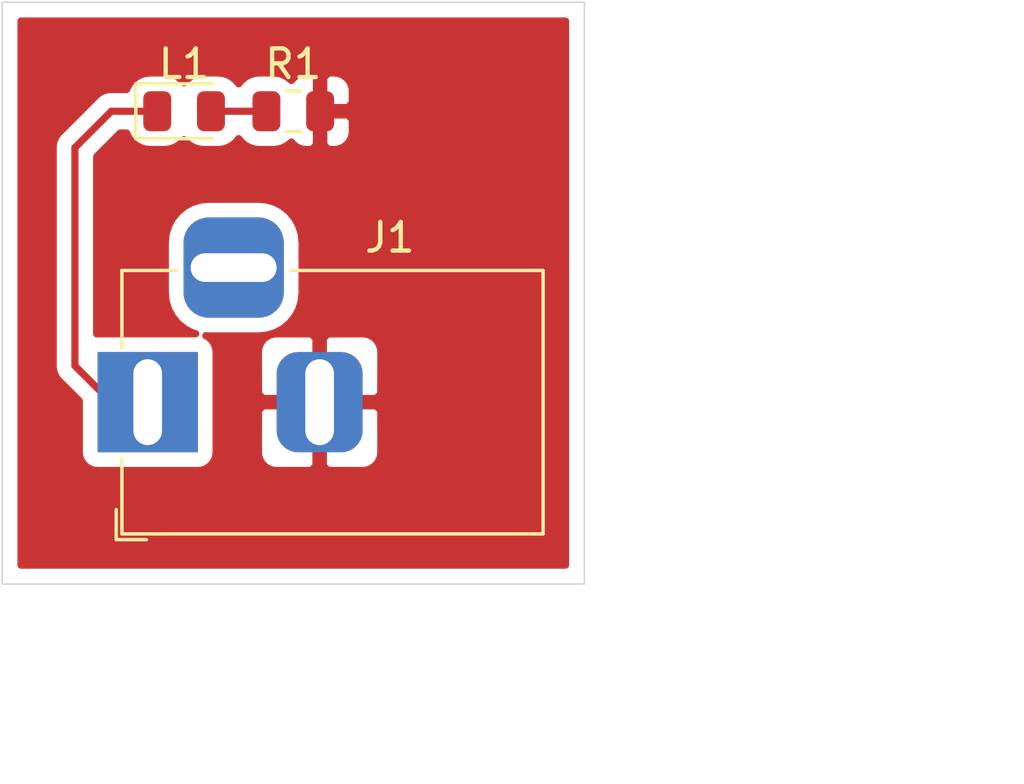
<source format=kicad_pcb>
(kicad_pcb (version 20171130) (host pcbnew "(5.1.6-0-10_14)")

  (general
    (thickness 1.6)
    (drawings 6)
    (tracks 6)
    (zones 0)
    (modules 3)
    (nets 4)
  )

  (page A4)
  (title_block
    (title Template)
    (date 30/05/2020)
    (rev 1)
    (company SmartLink)
  )

  (layers
    (0 F.Cu signal)
    (31 B.Cu signal)
    (32 B.Adhes user)
    (33 F.Adhes user)
    (34 B.Paste user)
    (35 F.Paste user)
    (36 B.SilkS user)
    (37 F.SilkS user)
    (38 B.Mask user)
    (39 F.Mask user)
    (40 Dwgs.User user)
    (41 Cmts.User user)
    (42 Eco1.User user)
    (43 Eco2.User user)
    (44 Edge.Cuts user)
    (45 Margin user)
    (46 B.CrtYd user)
    (47 F.CrtYd user)
    (48 B.Fab user)
    (49 F.Fab user)
  )

  (setup
    (last_trace_width 0.25)
    (trace_clearance 0.2)
    (zone_clearance 0.508)
    (zone_45_only no)
    (trace_min 0.2)
    (via_size 0.8)
    (via_drill 0.4)
    (via_min_size 0.4)
    (via_min_drill 0.3)
    (uvia_size 0.3)
    (uvia_drill 0.1)
    (uvias_allowed no)
    (uvia_min_size 0.2)
    (uvia_min_drill 0.1)
    (edge_width 0.05)
    (segment_width 0.2)
    (pcb_text_width 0.3)
    (pcb_text_size 1.5 1.5)
    (mod_edge_width 0.12)
    (mod_text_size 1 1)
    (mod_text_width 0.15)
    (pad_size 1.524 1.524)
    (pad_drill 0.762)
    (pad_to_mask_clearance 0.05)
    (aux_axis_origin 0 0)
    (visible_elements FFFFFF7F)
    (pcbplotparams
      (layerselection 0x010fc_ffffffff)
      (usegerberextensions false)
      (usegerberattributes true)
      (usegerberadvancedattributes true)
      (creategerberjobfile false)
      (excludeedgelayer true)
      (linewidth 0.100000)
      (plotframeref false)
      (viasonmask false)
      (mode 1)
      (useauxorigin false)
      (hpglpennumber 1)
      (hpglpenspeed 20)
      (hpglpendiameter 15.000000)
      (psnegative false)
      (psa4output false)
      (plotreference true)
      (plotvalue false)
      (plotinvisibletext false)
      (padsonsilk true)
      (subtractmaskfromsilk false)
      (outputformat 1)
      (mirror false)
      (drillshape 0)
      (scaleselection 1)
      (outputdirectory "gerber/"))
  )

  (net 0 "")
  (net 1 +5V)
  (net 2 GND)
  (net 3 "Net-(L1-Pad2)")

  (net_class Default "This is the default net class."
    (clearance 0.2)
    (trace_width 0.25)
    (via_dia 0.8)
    (via_drill 0.4)
    (uvia_dia 0.3)
    (uvia_drill 0.1)
    (add_net +5V)
    (add_net GND)
    (add_net "Net-(L1-Pad2)")
  )

  (module Connector_BarrelJack:BarrelJack_Horizontal (layer F.Cu) (tedit 5A1DBF6A) (tstamp 5ED2D4C8)
    (at 156.21 109.22 180)
    (descr "DC Barrel Jack")
    (tags "Power Jack")
    (path /5ED4B860)
    (fp_text reference J1 (at -8.45 5.75) (layer F.SilkS)
      (effects (font (size 1 1) (thickness 0.15)))
    )
    (fp_text value Jack-DC (at -6.2 -5.5) (layer F.Fab)
      (effects (font (size 1 1) (thickness 0.15)))
    )
    (fp_line (start 0 -4.5) (end -13.7 -4.5) (layer F.Fab) (width 0.1))
    (fp_line (start 0.8 4.5) (end 0.8 -3.75) (layer F.Fab) (width 0.1))
    (fp_line (start -13.7 4.5) (end 0.8 4.5) (layer F.Fab) (width 0.1))
    (fp_line (start -13.7 -4.5) (end -13.7 4.5) (layer F.Fab) (width 0.1))
    (fp_line (start -10.2 -4.5) (end -10.2 4.5) (layer F.Fab) (width 0.1))
    (fp_line (start 0.9 -4.6) (end 0.9 -2) (layer F.SilkS) (width 0.12))
    (fp_line (start -13.8 -4.6) (end 0.9 -4.6) (layer F.SilkS) (width 0.12))
    (fp_line (start 0.9 4.6) (end -1 4.6) (layer F.SilkS) (width 0.12))
    (fp_line (start 0.9 1.9) (end 0.9 4.6) (layer F.SilkS) (width 0.12))
    (fp_line (start -13.8 4.6) (end -13.8 -4.6) (layer F.SilkS) (width 0.12))
    (fp_line (start -5 4.6) (end -13.8 4.6) (layer F.SilkS) (width 0.12))
    (fp_line (start -14 4.75) (end -14 -4.75) (layer F.CrtYd) (width 0.05))
    (fp_line (start -5 4.75) (end -14 4.75) (layer F.CrtYd) (width 0.05))
    (fp_line (start -5 6.75) (end -5 4.75) (layer F.CrtYd) (width 0.05))
    (fp_line (start -1 6.75) (end -5 6.75) (layer F.CrtYd) (width 0.05))
    (fp_line (start -1 4.75) (end -1 6.75) (layer F.CrtYd) (width 0.05))
    (fp_line (start 1 4.75) (end -1 4.75) (layer F.CrtYd) (width 0.05))
    (fp_line (start 1 2) (end 1 4.75) (layer F.CrtYd) (width 0.05))
    (fp_line (start 2 2) (end 1 2) (layer F.CrtYd) (width 0.05))
    (fp_line (start 2 -2) (end 2 2) (layer F.CrtYd) (width 0.05))
    (fp_line (start 1 -2) (end 2 -2) (layer F.CrtYd) (width 0.05))
    (fp_line (start 1 -4.5) (end 1 -2) (layer F.CrtYd) (width 0.05))
    (fp_line (start 1 -4.75) (end -14 -4.75) (layer F.CrtYd) (width 0.05))
    (fp_line (start 1 -4.5) (end 1 -4.75) (layer F.CrtYd) (width 0.05))
    (fp_line (start 0.05 -4.8) (end 1.1 -4.8) (layer F.SilkS) (width 0.12))
    (fp_line (start 1.1 -3.75) (end 1.1 -4.8) (layer F.SilkS) (width 0.12))
    (fp_line (start -0.003213 -4.505425) (end 0.8 -3.75) (layer F.Fab) (width 0.1))
    (fp_text user %R (at -3 -2.95) (layer F.Fab)
      (effects (font (size 1 1) (thickness 0.15)))
    )
    (pad 3 thru_hole roundrect (at -3 4.7 180) (size 3.5 3.5) (drill oval 3 1) (layers *.Cu *.Mask) (roundrect_rratio 0.25))
    (pad 2 thru_hole roundrect (at -6 0 180) (size 3 3.5) (drill oval 1 3) (layers *.Cu *.Mask) (roundrect_rratio 0.25)
      (net 2 GND))
    (pad 1 thru_hole rect (at 0 0 180) (size 3.5 3.5) (drill oval 1 3) (layers *.Cu *.Mask)
      (net 1 +5V))
    (model ${KISYS3DMOD}/Connector_BarrelJack.3dshapes/BarrelJack_Horizontal.wrl
      (at (xyz 0 0 0))
      (scale (xyz 1 1 1))
      (rotate (xyz 0 0 0))
    )
    (model ${KISYS3DMOD}/Connector_BarrelJack.3dshapes/DC_connector.step
      (offset (xyz -0.5 4.5 0))
      (scale (xyz 1 1 1))
      (rotate (xyz -90 0 90))
    )
  )

  (module LED_SMD:LED_0805_2012Metric (layer F.Cu) (tedit 5B36C52C) (tstamp 5ED2CDA5)
    (at 157.48 99.06)
    (descr "LED SMD 0805 (2012 Metric), square (rectangular) end terminal, IPC_7351 nominal, (Body size source: https://docs.google.com/spreadsheets/d/1BsfQQcO9C6DZCsRaXUlFlo91Tg2WpOkGARC1WS5S8t0/edit?usp=sharing), generated with kicad-footprint-generator")
    (tags diode)
    (path /5ED38FD8)
    (attr smd)
    (fp_text reference L1 (at 0 -1.65) (layer F.SilkS)
      (effects (font (size 1 1) (thickness 0.15)))
    )
    (fp_text value LED (at 0 1.65) (layer F.Fab)
      (effects (font (size 1 1) (thickness 0.15)))
    )
    (fp_line (start 1 -0.6) (end -0.7 -0.6) (layer F.Fab) (width 0.1))
    (fp_line (start -0.7 -0.6) (end -1 -0.3) (layer F.Fab) (width 0.1))
    (fp_line (start -1 -0.3) (end -1 0.6) (layer F.Fab) (width 0.1))
    (fp_line (start -1 0.6) (end 1 0.6) (layer F.Fab) (width 0.1))
    (fp_line (start 1 0.6) (end 1 -0.6) (layer F.Fab) (width 0.1))
    (fp_line (start 1 -0.96) (end -1.685 -0.96) (layer F.SilkS) (width 0.12))
    (fp_line (start -1.685 -0.96) (end -1.685 0.96) (layer F.SilkS) (width 0.12))
    (fp_line (start -1.685 0.96) (end 1 0.96) (layer F.SilkS) (width 0.12))
    (fp_line (start -1.68 0.95) (end -1.68 -0.95) (layer F.CrtYd) (width 0.05))
    (fp_line (start -1.68 -0.95) (end 1.68 -0.95) (layer F.CrtYd) (width 0.05))
    (fp_line (start 1.68 -0.95) (end 1.68 0.95) (layer F.CrtYd) (width 0.05))
    (fp_line (start 1.68 0.95) (end -1.68 0.95) (layer F.CrtYd) (width 0.05))
    (fp_text user %R (at 0 0) (layer F.Fab)
      (effects (font (size 0.5 0.5) (thickness 0.08)))
    )
    (pad 2 smd roundrect (at 0.9375 0) (size 0.975 1.4) (layers F.Cu F.Paste F.Mask) (roundrect_rratio 0.25)
      (net 3 "Net-(L1-Pad2)"))
    (pad 1 smd roundrect (at -0.9375 0) (size 0.975 1.4) (layers F.Cu F.Paste F.Mask) (roundrect_rratio 0.25)
      (net 1 +5V))
    (model ${KISYS3DMOD}/LED_SMD.3dshapes/LED_0805_2012Metric.wrl
      (at (xyz 0 0 0))
      (scale (xyz 1 1 1))
      (rotate (xyz 0 0 0))
    )
  )

  (module Resistor_SMD:R_0805_2012Metric (layer F.Cu) (tedit 5B36C52B) (tstamp 5ED2CBE5)
    (at 161.29 99.06)
    (descr "Resistor SMD 0805 (2012 Metric), square (rectangular) end terminal, IPC_7351 nominal, (Body size source: https://docs.google.com/spreadsheets/d/1BsfQQcO9C6DZCsRaXUlFlo91Tg2WpOkGARC1WS5S8t0/edit?usp=sharing), generated with kicad-footprint-generator")
    (tags resistor)
    (path /5ED30119)
    (attr smd)
    (fp_text reference R1 (at 0 -1.65) (layer F.SilkS)
      (effects (font (size 1 1) (thickness 0.15)))
    )
    (fp_text value 1K (at 0 1.65) (layer F.Fab)
      (effects (font (size 1 1) (thickness 0.15)))
    )
    (fp_line (start 1.68 0.95) (end -1.68 0.95) (layer F.CrtYd) (width 0.05))
    (fp_line (start 1.68 -0.95) (end 1.68 0.95) (layer F.CrtYd) (width 0.05))
    (fp_line (start -1.68 -0.95) (end 1.68 -0.95) (layer F.CrtYd) (width 0.05))
    (fp_line (start -1.68 0.95) (end -1.68 -0.95) (layer F.CrtYd) (width 0.05))
    (fp_line (start -0.258578 0.71) (end 0.258578 0.71) (layer F.SilkS) (width 0.12))
    (fp_line (start -0.258578 -0.71) (end 0.258578 -0.71) (layer F.SilkS) (width 0.12))
    (fp_line (start 1 0.6) (end -1 0.6) (layer F.Fab) (width 0.1))
    (fp_line (start 1 -0.6) (end 1 0.6) (layer F.Fab) (width 0.1))
    (fp_line (start -1 -0.6) (end 1 -0.6) (layer F.Fab) (width 0.1))
    (fp_line (start -1 0.6) (end -1 -0.6) (layer F.Fab) (width 0.1))
    (fp_text user %R (at 0 0) (layer F.Fab)
      (effects (font (size 0.5 0.5) (thickness 0.08)))
    )
    (pad 2 smd roundrect (at 0.9375 0) (size 0.975 1.4) (layers F.Cu F.Paste F.Mask) (roundrect_rratio 0.25)
      (net 2 GND))
    (pad 1 smd roundrect (at -0.9375 0) (size 0.975 1.4) (layers F.Cu F.Paste F.Mask) (roundrect_rratio 0.25)
      (net 3 "Net-(L1-Pad2)"))
    (model ${KISYS3DMOD}/Resistor_SMD.3dshapes/R_0805_2012Metric.wrl
      (at (xyz 0 0 0))
      (scale (xyz 1 1 1))
      (rotate (xyz 0 0 0))
    )
  )

  (gr_line (start 151.13 95.25) (end 151.13 115.57) (layer Edge.Cuts) (width 0.05) (tstamp 5ED2CBE9))
  (gr_line (start 171.45 95.25) (end 151.13 95.25) (layer Edge.Cuts) (width 0.05))
  (gr_line (start 171.45 115.57) (end 171.45 95.25) (layer Edge.Cuts) (width 0.05))
  (gr_line (start 151.13 115.57) (end 171.45 115.57) (layer Edge.Cuts) (width 0.05))
  (dimension 20.32 (width 0.15) (layer Dwgs.User)
    (gr_text "20.320 mm" (at 185.45 105.41 90) (layer Dwgs.User)
      (effects (font (size 1 1) (thickness 0.15)))
    )
    (feature1 (pts (xy 171.45 95.25) (xy 184.736421 95.25)))
    (feature2 (pts (xy 171.45 115.57) (xy 184.736421 115.57)))
    (crossbar (pts (xy 184.15 115.57) (xy 184.15 95.25)))
    (arrow1a (pts (xy 184.15 95.25) (xy 184.736421 96.376504)))
    (arrow1b (pts (xy 184.15 95.25) (xy 183.563579 96.376504)))
    (arrow2a (pts (xy 184.15 115.57) (xy 184.736421 114.443496)))
    (arrow2b (pts (xy 184.15 115.57) (xy 183.563579 114.443496)))
  )
  (dimension 20.32 (width 0.15) (layer Dwgs.User)
    (gr_text "20.320 mm" (at 161.29 123.22) (layer Dwgs.User)
      (effects (font (size 1 1) (thickness 0.15)))
    )
    (feature1 (pts (xy 171.45 115.57) (xy 171.45 122.506421)))
    (feature2 (pts (xy 151.13 115.57) (xy 151.13 122.506421)))
    (crossbar (pts (xy 151.13 121.92) (xy 171.45 121.92)))
    (arrow1a (pts (xy 171.45 121.92) (xy 170.323496 122.506421)))
    (arrow1b (pts (xy 171.45 121.92) (xy 170.323496 121.333579)))
    (arrow2a (pts (xy 151.13 121.92) (xy 152.256504 122.506421)))
    (arrow2b (pts (xy 151.13 121.92) (xy 152.256504 121.333579)))
  )

  (segment (start 156.21 109.22) (end 154.94 109.22) (width 0.25) (layer F.Cu) (net 1))
  (segment (start 154.94 109.22) (end 153.67 107.95) (width 0.25) (layer F.Cu) (net 1))
  (segment (start 153.67 107.95) (end 153.67 100.33) (width 0.25) (layer F.Cu) (net 1))
  (segment (start 154.94 99.06) (end 156.5425 99.06) (width 0.25) (layer F.Cu) (net 1))
  (segment (start 153.67 100.33) (end 154.94 99.06) (width 0.25) (layer F.Cu) (net 1))
  (segment (start 158.4175 99.06) (end 160.3525 99.06) (width 0.25) (layer F.Cu) (net 3))

  (zone (net 2) (net_name GND) (layer F.Cu) (tstamp 5ED2DD4B) (hatch edge 0.508)
    (connect_pads (clearance 0.508))
    (min_thickness 0.254)
    (fill yes (arc_segments 32) (thermal_gap 0.508) (thermal_bridge_width 0.508))
    (polygon
      (pts
        (xy 171.45 115.57) (xy 151.13 115.57) (xy 151.13 95.25) (xy 171.45 95.25)
      )
    )
    (filled_polygon
      (pts
        (xy 170.79 114.91) (xy 151.79 114.91) (xy 151.79 100.33) (xy 152.906324 100.33) (xy 152.910001 100.367332)
        (xy 152.91 107.912678) (xy 152.906324 107.95) (xy 152.91 107.987322) (xy 152.91 107.987332) (xy 152.920997 108.098985)
        (xy 152.964454 108.242246) (xy 153.035026 108.374276) (xy 153.074871 108.422826) (xy 153.129999 108.490001) (xy 153.159003 108.513804)
        (xy 153.821928 109.17673) (xy 153.821928 110.97) (xy 153.834188 111.094482) (xy 153.870498 111.21418) (xy 153.929463 111.324494)
        (xy 154.008815 111.421185) (xy 154.105506 111.500537) (xy 154.21582 111.559502) (xy 154.335518 111.595812) (xy 154.46 111.608072)
        (xy 157.96 111.608072) (xy 158.084482 111.595812) (xy 158.20418 111.559502) (xy 158.314494 111.500537) (xy 158.411185 111.421185)
        (xy 158.490537 111.324494) (xy 158.549502 111.21418) (xy 158.585812 111.094482) (xy 158.598072 110.97) (xy 160.071928 110.97)
        (xy 160.084188 111.094482) (xy 160.120498 111.21418) (xy 160.179463 111.324494) (xy 160.258815 111.421185) (xy 160.355506 111.500537)
        (xy 160.46582 111.559502) (xy 160.585518 111.595812) (xy 160.71 111.608072) (xy 161.92425 111.605) (xy 162.083 111.44625)
        (xy 162.083 109.347) (xy 162.337 109.347) (xy 162.337 111.44625) (xy 162.49575 111.605) (xy 163.71 111.608072)
        (xy 163.834482 111.595812) (xy 163.95418 111.559502) (xy 164.064494 111.500537) (xy 164.161185 111.421185) (xy 164.240537 111.324494)
        (xy 164.299502 111.21418) (xy 164.335812 111.094482) (xy 164.348072 110.97) (xy 164.345 109.50575) (xy 164.18625 109.347)
        (xy 162.337 109.347) (xy 162.083 109.347) (xy 160.23375 109.347) (xy 160.075 109.50575) (xy 160.071928 110.97)
        (xy 158.598072 110.97) (xy 158.598072 107.47) (xy 160.071928 107.47) (xy 160.075 108.93425) (xy 160.23375 109.093)
        (xy 162.083 109.093) (xy 162.083 106.99375) (xy 162.337 106.99375) (xy 162.337 109.093) (xy 164.18625 109.093)
        (xy 164.345 108.93425) (xy 164.348072 107.47) (xy 164.335812 107.345518) (xy 164.299502 107.22582) (xy 164.240537 107.115506)
        (xy 164.161185 107.018815) (xy 164.064494 106.939463) (xy 163.95418 106.880498) (xy 163.834482 106.844188) (xy 163.71 106.831928)
        (xy 162.49575 106.835) (xy 162.337 106.99375) (xy 162.083 106.99375) (xy 161.92425 106.835) (xy 160.71 106.831928)
        (xy 160.585518 106.844188) (xy 160.46582 106.880498) (xy 160.355506 106.939463) (xy 160.258815 107.018815) (xy 160.179463 107.115506)
        (xy 160.120498 107.22582) (xy 160.084188 107.345518) (xy 160.071928 107.47) (xy 158.598072 107.47) (xy 158.585812 107.345518)
        (xy 158.549502 107.22582) (xy 158.490537 107.115506) (xy 158.411185 107.018815) (xy 158.314494 106.939463) (xy 158.237869 106.898506)
        (xy 158.335 106.908072) (xy 160.085 106.908072) (xy 160.380186 106.878999) (xy 160.664028 106.792896) (xy 160.925618 106.653073)
        (xy 161.154903 106.464903) (xy 161.343073 106.235618) (xy 161.482896 105.974028) (xy 161.568999 105.690186) (xy 161.598072 105.395)
        (xy 161.598072 103.645) (xy 161.568999 103.349814) (xy 161.482896 103.065972) (xy 161.343073 102.804382) (xy 161.154903 102.575097)
        (xy 160.925618 102.386927) (xy 160.664028 102.247104) (xy 160.380186 102.161001) (xy 160.085 102.131928) (xy 158.335 102.131928)
        (xy 158.039814 102.161001) (xy 157.755972 102.247104) (xy 157.494382 102.386927) (xy 157.265097 102.575097) (xy 157.076927 102.804382)
        (xy 156.937104 103.065972) (xy 156.851001 103.349814) (xy 156.821928 103.645) (xy 156.821928 105.395) (xy 156.851001 105.690186)
        (xy 156.937104 105.974028) (xy 157.076927 106.235618) (xy 157.265097 106.464903) (xy 157.494382 106.653073) (xy 157.755972 106.792896)
        (xy 157.884643 106.831928) (xy 154.46 106.831928) (xy 154.43 106.834883) (xy 154.43 100.644801) (xy 155.254802 99.82)
        (xy 155.473827 99.82) (xy 155.484053 99.853709) (xy 155.565542 100.006164) (xy 155.675208 100.139792) (xy 155.808836 100.249458)
        (xy 155.961291 100.330947) (xy 156.126715 100.381128) (xy 156.29875 100.398072) (xy 156.78625 100.398072) (xy 156.958285 100.381128)
        (xy 157.123709 100.330947) (xy 157.276164 100.249458) (xy 157.409792 100.139792) (xy 157.48 100.054244) (xy 157.550208 100.139792)
        (xy 157.683836 100.249458) (xy 157.836291 100.330947) (xy 158.001715 100.381128) (xy 158.17375 100.398072) (xy 158.66125 100.398072)
        (xy 158.833285 100.381128) (xy 158.998709 100.330947) (xy 159.151164 100.249458) (xy 159.284792 100.139792) (xy 159.385 100.017689)
        (xy 159.485208 100.139792) (xy 159.618836 100.249458) (xy 159.771291 100.330947) (xy 159.936715 100.381128) (xy 160.10875 100.398072)
        (xy 160.59625 100.398072) (xy 160.768285 100.381128) (xy 160.933709 100.330947) (xy 161.086164 100.249458) (xy 161.219792 100.139792)
        (xy 161.225008 100.133436) (xy 161.288815 100.211185) (xy 161.385506 100.290537) (xy 161.49582 100.349502) (xy 161.615518 100.385812)
        (xy 161.74 100.398072) (xy 161.94175 100.395) (xy 162.1005 100.23625) (xy 162.1005 99.187) (xy 162.3545 99.187)
        (xy 162.3545 100.23625) (xy 162.51325 100.395) (xy 162.715 100.398072) (xy 162.839482 100.385812) (xy 162.95918 100.349502)
        (xy 163.069494 100.290537) (xy 163.166185 100.211185) (xy 163.245537 100.114494) (xy 163.304502 100.00418) (xy 163.340812 99.884482)
        (xy 163.353072 99.76) (xy 163.35 99.34575) (xy 163.19125 99.187) (xy 162.3545 99.187) (xy 162.1005 99.187)
        (xy 162.0805 99.187) (xy 162.0805 98.933) (xy 162.1005 98.933) (xy 162.1005 97.88375) (xy 162.3545 97.88375)
        (xy 162.3545 98.933) (xy 163.19125 98.933) (xy 163.35 98.77425) (xy 163.353072 98.36) (xy 163.340812 98.235518)
        (xy 163.304502 98.11582) (xy 163.245537 98.005506) (xy 163.166185 97.908815) (xy 163.069494 97.829463) (xy 162.95918 97.770498)
        (xy 162.839482 97.734188) (xy 162.715 97.721928) (xy 162.51325 97.725) (xy 162.3545 97.88375) (xy 162.1005 97.88375)
        (xy 161.94175 97.725) (xy 161.74 97.721928) (xy 161.615518 97.734188) (xy 161.49582 97.770498) (xy 161.385506 97.829463)
        (xy 161.288815 97.908815) (xy 161.225008 97.986564) (xy 161.219792 97.980208) (xy 161.086164 97.870542) (xy 160.933709 97.789053)
        (xy 160.768285 97.738872) (xy 160.59625 97.721928) (xy 160.10875 97.721928) (xy 159.936715 97.738872) (xy 159.771291 97.789053)
        (xy 159.618836 97.870542) (xy 159.485208 97.980208) (xy 159.385 98.102311) (xy 159.284792 97.980208) (xy 159.151164 97.870542)
        (xy 158.998709 97.789053) (xy 158.833285 97.738872) (xy 158.66125 97.721928) (xy 158.17375 97.721928) (xy 158.001715 97.738872)
        (xy 157.836291 97.789053) (xy 157.683836 97.870542) (xy 157.550208 97.980208) (xy 157.48 98.065756) (xy 157.409792 97.980208)
        (xy 157.276164 97.870542) (xy 157.123709 97.789053) (xy 156.958285 97.738872) (xy 156.78625 97.721928) (xy 156.29875 97.721928)
        (xy 156.126715 97.738872) (xy 155.961291 97.789053) (xy 155.808836 97.870542) (xy 155.675208 97.980208) (xy 155.565542 98.113836)
        (xy 155.484053 98.266291) (xy 155.473827 98.3) (xy 154.977322 98.3) (xy 154.939999 98.296324) (xy 154.902676 98.3)
        (xy 154.902667 98.3) (xy 154.791014 98.310997) (xy 154.647753 98.354454) (xy 154.515724 98.425026) (xy 154.399999 98.519999)
        (xy 154.376201 98.548997) (xy 153.158998 99.766201) (xy 153.13 99.789999) (xy 153.106202 99.818997) (xy 153.106201 99.818998)
        (xy 153.035026 99.905724) (xy 152.964454 100.037754) (xy 152.920998 100.181015) (xy 152.906324 100.33) (xy 151.79 100.33)
        (xy 151.79 95.91) (xy 170.790001 95.91)
      )
    )
  )
)

</source>
